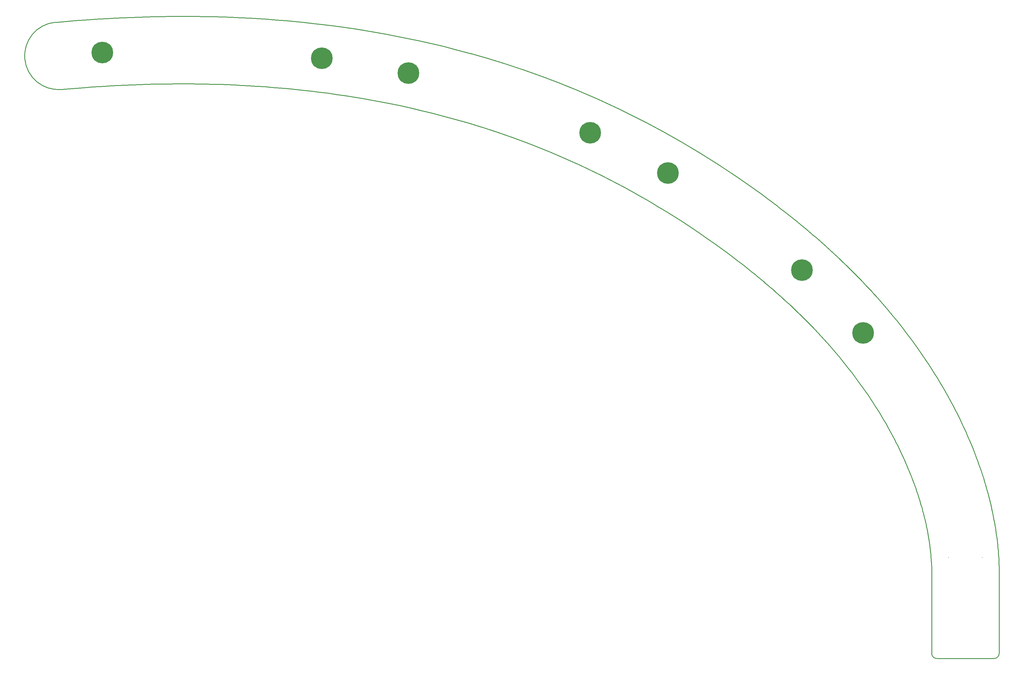
<source format=gbs>
G04*
G04 #@! TF.GenerationSoftware,Altium Limited,Altium Designer,22.2.1 (43)*
G04*
G04 Layer_Color=16711935*
%FSLAX44Y44*%
%MOMM*%
G71*
G04*
G04 #@! TF.SameCoordinates,C81B6E68-797F-42A2-B6C5-F614A2D79E64*
G04*
G04*
G04 #@! TF.FilePolarity,Negative*
G04*
G01*
G75*
%ADD10C,0.2540*%
%ADD84C,6.4032*%
%ADD85C,0.2032*%
D10*
X-100000Y15000D02*
G03*
X-85000Y0I15000J0D01*
G01*
X85000Y0D02*
G03*
X100000Y15000I0J15000D01*
G01*
X-674845Y1426571D02*
G03*
X-898629Y1563927I-1523375J-2230964D01*
G01*
X-632646Y1397166D02*
G03*
X-674845Y1426571I-1557904J-2190748D01*
G01*
X-1010034Y1396885D02*
G03*
X-1144359Y1464042I-1141677J-2115645D01*
G01*
X-1021883Y1627399D02*
G03*
X-1154222Y1686667I-1124285J-2333025D01*
G01*
X-1208383Y1708427D02*
G03*
X-1251920Y1724923I-963187J-2476442D01*
G01*
X-1154222Y1686667D02*
G03*
X-1208383Y1708427I-1007155J-2428516D01*
G01*
X-898629Y1563927D02*
G03*
X-951167Y1591986I-1279453J-2332428D01*
G01*
X-1289382Y1525312D02*
G03*
X-1341080Y1544544I-884497J-2298581D01*
G01*
X-1229740Y1501455D02*
G03*
X-1289382Y1525312I-935076J-2251194D01*
G01*
X-1144359Y1464042D02*
G03*
X-1229740Y1501455I-1010830J-2190686D01*
G01*
X-1251920Y1724923D02*
G03*
X-1306594Y1744424I-929595J-2519915D01*
G01*
X-1389718Y1561453D02*
G03*
X-1433546Y1575738I-800709J-2382297D01*
G01*
X-1341080Y1544544D02*
G03*
X-1389718Y1561453I-841246J-2341300D01*
G01*
X-1416737Y1779769D02*
G03*
X-1464769Y1793598I-790041J-2653687D01*
G01*
X-1365211Y1763875D02*
G03*
X-1416737Y1779769I-833606J-2611069D01*
G01*
X-1306594Y1744424D02*
G03*
X-1365211Y1763875I-883569J-2564546D01*
G01*
X-2696111Y1886590D02*
G03*
X-2677900Y1687421I9106J-99585D01*
G01*
X99404Y280489D02*
X100000Y270000D01*
X-100834Y281206D02*
X-100000Y270000D01*
X89622Y380485D02*
X90720Y373187D01*
X-113905Y383142D02*
X-112856Y377777D01*
X-100000Y15000D02*
Y270000D01*
X-85000Y-0D02*
X85000Y0D01*
X100000Y15000D02*
Y270000D01*
X-921443Y1346246D02*
X-910687Y1339866D01*
X-987622Y1384641D02*
X-958936Y1368522D01*
X-946240Y1361227D01*
X-921443Y1346246D01*
X-1010034Y1396885D02*
X-987622Y1384641D01*
X-876266Y1318954D02*
X-860639Y1309199D01*
X-842598Y1297726D02*
X-809590Y1276135D01*
X-910687Y1339866D02*
X-900010Y1333462D01*
X-889411Y1327032D01*
X-876266Y1318954D01*
X-860639Y1309199D02*
X-842598Y1297726D01*
X-790465Y1263308D02*
X-759207Y1241677D01*
X-719162Y1212908D02*
X-703393Y1201237D01*
X-737742Y1226408D02*
X-719162Y1212908D01*
X-759207Y1241677D02*
X-737742Y1226408D01*
X-809590Y1276135D02*
X-790465Y1263308D01*
X-703393Y1201237D02*
X-689069Y1190463D01*
X-550281Y1076310D02*
X-543388Y1070109D01*
X-563054Y1087650D02*
X-556065Y1081469D01*
X-550281Y1076310D01*
X-570093Y1093819D02*
X-563054Y1087650D01*
X-584321Y1106118D02*
X-577182Y1099975D01*
X-591509Y1112247D02*
X-584321Y1106118D01*
X-577182Y1099975D02*
X-570093Y1093819D01*
X-598745Y1118363D02*
X-591509Y1112247D01*
X-607246Y1125479D02*
X-598745Y1118363D01*
X-624439Y1139648D02*
X-615811Y1132574D01*
X-607246Y1125479D01*
X-633127Y1146700D02*
X-624439Y1139648D01*
X-643130Y1154731D02*
X-633127Y1146700D01*
X-653210Y1162730D02*
X-643130Y1154731D01*
X-664639Y1171691D02*
X-653210Y1162730D01*
X-676161Y1180608D02*
X-664639Y1171691D01*
X-689069Y1190463D02*
X-676161Y1180608D01*
X-523089Y1314858D02*
X-510987Y1305185D01*
X-478195Y1278324D02*
X-469379Y1270935D01*
X-498979Y1295460D02*
X-487066Y1285686D01*
X-478195Y1278324D01*
X-434691Y1241117D02*
X-426167Y1233600D01*
X-469379Y1270935D02*
X-460620Y1263519D01*
X-443276Y1248610D02*
X-434691Y1241117D01*
X-451919Y1256077D02*
X-443276Y1248610D01*
X-460620Y1263519D02*
X-451919Y1256077D01*
X-510987Y1305185D02*
X-498979Y1295460D01*
X-588072Y1364767D02*
X-572387Y1353022D01*
X-559933Y1343562D02*
X-547564Y1334048D01*
X-535282Y1324479D01*
X-632646Y1397166D02*
X-603882Y1376421D01*
X-572387Y1353022D02*
X-559933Y1343562D01*
X-603882Y1376421D02*
X-588072Y1364767D01*
X-535282Y1324479D02*
X-523089Y1314858D01*
X-1021883Y1627399D02*
X-989978Y1611752D01*
X-951167Y1591986D01*
X-1757971Y1655717D02*
X-1730136Y1650516D01*
X-1936847Y1682401D02*
X-1912157Y1679389D01*
X-1984581Y1687642D02*
X-1961579Y1685212D01*
X-2007617Y1689900D02*
X-1984581Y1687642D01*
X-1961579Y1685212D02*
X-1936847Y1682401D01*
X-1862904Y1672750D02*
X-1836592Y1668854D01*
X-1887509Y1676172D02*
X-1862904Y1672750D01*
X-1784124Y1660339D02*
X-1757971Y1655717D01*
X-1810331Y1664717D02*
X-1784124Y1660339D01*
X-1836592Y1668854D02*
X-1810331Y1664717D01*
X-1702366Y1645033D02*
X-1672932Y1638894D01*
X-1912157Y1679389D02*
X-1887509Y1676172D01*
X-2030686Y1691988D02*
X-2007617Y1689900D01*
X-1612572Y1625233D02*
X-1579944Y1617231D01*
X-1672932Y1638894D02*
X-1643573Y1632432D01*
X-1612572Y1625233D01*
X-1474184Y1588199D02*
X-1433546Y1575738D01*
X-1511585Y1599018D02*
X-1474184Y1588199D01*
X-1545708Y1608358D02*
X-1511585Y1599018D01*
X-1579944Y1617231D02*
X-1545708Y1608358D01*
X-1718562Y1851829D02*
X-1684750Y1845444D01*
X-1617317Y1831483D02*
X-1583701Y1823900D01*
X-1546434Y1814994D02*
X-1509257Y1805579D01*
X-1651001Y1838663D02*
X-1617317Y1831483D01*
X-1509257Y1805579D02*
X-1464769Y1793598D01*
X-1583701Y1823900D02*
X-1546434Y1814994D01*
X-1684750Y1845444D02*
X-1651001Y1838663D01*
X-1730136Y1650516D02*
X-1702366Y1645033D01*
X-1843036Y1871935D02*
X-1812793Y1867532D01*
X-1873320Y1876043D02*
X-1843036Y1871935D01*
X-1903643Y1879858D02*
X-1873320Y1876043D01*
X-1934002Y1883383D02*
X-1903643Y1879858D01*
X-1960596Y1886232D02*
X-1934002Y1883383D01*
X-2013859Y1891279D02*
X-1987215Y1888863D01*
X-1752435Y1857824D02*
X-1718562Y1851829D01*
X-1782592Y1862829D02*
X-1752435Y1857824D01*
X-1812793Y1867532D02*
X-1782592Y1862829D01*
X-1987215Y1888863D02*
X-1960596Y1886232D01*
X-2040526Y1893481D02*
X-2013859Y1891279D01*
X-2519405Y1899155D02*
X-2496336Y1900251D01*
X-2067215Y1895472D02*
X-2040526Y1893481D01*
X-2542475Y1897931D02*
X-2519405Y1899155D01*
X-2565543Y1896579D02*
X-2542475Y1897931D01*
X-2496336Y1900251D02*
X-2473271Y1901217D01*
X-2611664Y1893501D02*
X-2588607Y1895102D01*
X-2638553Y1891478D02*
X-2611664Y1893501D01*
X-2665425Y1889290D02*
X-2638553Y1891478D01*
X-2588607Y1895102D02*
X-2565543Y1896579D01*
X-2120653Y1898828D02*
X-2093924Y1897253D01*
X-2067215Y1895472D01*
X-2174163Y1901363D02*
X-2147400Y1900197D01*
X-2120653Y1898828D01*
X-2473271Y1901217D02*
X-2450211Y1902052D01*
X-2187676Y1701739D02*
X-2166188Y1700851D01*
X-2209187Y1702490D02*
X-2187676Y1701739D01*
X-2252279Y1703588D02*
X-2230722Y1703106D01*
X-2295457Y1704151D02*
X-2273858Y1703936D01*
X-2317076Y1704235D02*
X-2295457Y1704151D01*
X-2338715Y1704189D02*
X-2317076Y1704235D01*
X-2360371Y1704014D02*
X-2338715Y1704189D01*
X-2382045Y1703710D02*
X-2360371Y1704014D01*
X-2403735Y1703280D02*
X-2382045Y1703710D01*
X-2273858Y1703936D02*
X-2252279Y1703588D01*
X-2230722Y1703106D02*
X-2209187Y1702490D01*
X-2166188Y1700851D02*
X-2144724Y1699825D01*
X-2447162Y1702041D02*
X-2425441Y1702723D01*
X-2490647Y1700306D02*
X-2468897Y1701235D01*
X-2447162Y1702041D01*
X-2425441Y1702723D02*
X-2403735Y1703280D01*
X-2200941Y1902328D02*
X-2174163Y1901363D01*
X-2227734Y1903095D02*
X-2200941Y1902328D01*
X-2254540Y1903664D02*
X-2227734Y1903095D01*
X-2404115Y1903322D02*
X-2381079Y1903755D01*
X-2281358Y1904039D02*
X-2254540Y1903664D01*
X-2427159Y1902754D02*
X-2404115Y1903322D01*
X-2381079Y1903755D02*
X-2358052Y1904052D01*
X-2100089Y1697241D02*
X-2076923Y1695657D01*
X-2123286Y1698660D02*
X-2100089Y1697241D01*
X-2053789Y1693906D02*
X-2030686Y1691988D01*
X-2144724Y1699825D02*
X-2123286Y1698660D01*
X-2076923Y1695657D02*
X-2053789Y1693906D01*
X-2510599Y1699348D02*
X-2490647Y1700306D01*
X-2530566Y1698287D02*
X-2510599Y1699348D01*
X-2550549Y1697124D02*
X-2530566Y1698287D01*
X-2568729Y1695981D02*
X-2550549Y1697124D01*
X-2696111Y1886590D02*
X-2692277Y1886939D01*
X-2677900Y1687421D02*
X-2646985Y1690135D01*
X-2603302Y1693581D02*
X-2585102Y1694881D01*
X-2646985Y1690135D02*
X-2623325Y1692058D01*
X-2603302Y1693581D01*
X-2585102Y1694881D02*
X-2568729Y1695981D01*
X-2692277Y1886939D02*
X-2665425Y1889290D01*
X-2450211Y1902052D02*
X-2427159Y1902754D01*
X-2308190Y1904220D02*
X-2281358Y1904039D01*
X-2358052Y1904052D02*
X-2335033Y1904210D01*
X-2308190Y1904220D01*
X-149196Y509934D02*
X-146799Y503104D01*
X-151657Y516788D02*
X-149196Y509934D01*
X-154181Y523665D02*
X-151657Y516788D01*
X-157146Y531554D02*
X-154181Y523665D01*
X-180278Y587554D02*
X-176716Y579475D01*
X-187664Y603781D02*
X-183927Y595656D01*
X-180278Y587554D01*
X-176716Y579475D02*
X-173240Y571422D01*
X-163328Y547418D02*
X-160194Y539472D01*
X-169850Y563394D02*
X-166546Y555392D01*
X-173240Y571422D02*
X-169850Y563394D01*
X-166546Y555392D02*
X-163328Y547418D01*
X-160194Y539472D02*
X-157146Y531554D01*
X-496656Y1026437D02*
X-491277Y1021213D01*
X-524148Y1052483D02*
X-518572Y1047285D01*
X-536548Y1063897D02*
X-529762Y1057675D01*
X-524148Y1052483D01*
X-513034Y1042081D02*
X-507536Y1036872D01*
X-502076Y1031657D01*
X-518572Y1047285D02*
X-513034Y1042081D01*
X-502076Y1031657D02*
X-496656Y1026437D01*
X-543388Y1070109D02*
X-536548Y1063897D01*
X-260909Y738427D02*
X-254419Y727932D01*
X-267544Y748938D02*
X-260909Y738427D01*
X-319685Y824972D02*
X-311218Y813328D01*
X-274326Y759465D02*
X-267544Y748938D01*
X-311218Y813328D02*
X-302933Y801690D01*
X-288333Y780556D02*
X-281256Y770004D01*
X-295558Y791118D02*
X-288333Y780556D01*
X-281256Y770004D02*
X-274326Y759465D01*
X-302933Y801690D02*
X-295558Y791118D01*
X-254419Y727932D02*
X-248075Y717455D01*
X-191972Y612949D02*
X-187664Y603781D01*
X-196392Y622144D02*
X-191972Y612949D01*
X-200923Y631366D02*
X-196392Y622144D01*
X-230490Y687184D02*
X-225276Y677828D01*
X-220178Y668492D02*
X-215194Y659176D01*
X-210324Y649883D01*
X-225276Y677828D02*
X-220178Y668492D01*
X-241875Y706997D02*
X-235818Y696559D01*
X-230490Y687184D01*
X-210324Y649883D02*
X-205567Y640612D01*
X-200923Y631366D01*
X-248075Y717455D02*
X-241875Y706997D01*
X-341772Y1154616D02*
X-331394Y1144271D01*
X-323691Y1136494D02*
X-316057Y1128700D01*
X-308494Y1120891D01*
X-331394Y1144271D02*
X-323691Y1136494D01*
X-395437Y1205834D02*
X-384472Y1195663D01*
X-373622Y1185453D01*
X-362887Y1175208D02*
X-352270Y1164928D01*
X-373622Y1185453D02*
X-362887Y1175208D01*
X-417703Y1226059D02*
X-406515Y1215967D01*
X-395437Y1205834D01*
X-352270Y1164928D02*
X-341772Y1154616D01*
X-426167Y1233600D02*
X-417703Y1226059D01*
X-432848Y961407D02*
X-424108Y951928D01*
X-414548Y941386D01*
X-405147Y930833D01*
X-384121Y906524D02*
X-374357Y894884D01*
X-337169Y848276D02*
X-328335Y836622D01*
X-346187Y859931D02*
X-337169Y848276D01*
X-394988Y919213D02*
X-384121Y906524D01*
X-364780Y883237D02*
X-355391Y871585D01*
X-374357Y894884D02*
X-364780Y883237D01*
X-355391Y871585D02*
X-346187Y859931D01*
X-328335Y836622D02*
X-319685Y824972D01*
X-405147Y930833D02*
X-394988Y919213D01*
X-491277Y1021213D02*
X-485937Y1015984D01*
X-480638Y1010751D01*
X-469127Y999227D02*
X-459857Y989787D01*
X-450722Y980336D02*
X-441719Y970876D01*
X-459857Y989787D02*
X-450722Y980336D01*
X-475381Y1005515D02*
X-469127Y999227D01*
X-480638Y1010751D02*
X-475381Y1005515D01*
X-441719Y970876D02*
X-432848Y961407D01*
X-59536Y791165D02*
X-52028Y777806D01*
X-67235Y804533D02*
X-59536Y791165D01*
X-75124Y817910D02*
X-67235Y804533D01*
X-83204Y831292D02*
X-75124Y817910D01*
X-44708Y764458D02*
X-37578Y751124D01*
X-117448Y884846D02*
X-108598Y871457D01*
X-99940Y858068D01*
X-91476Y844679D01*
X-83204Y831292D01*
X-52028Y777806D02*
X-44708Y764458D01*
X-37578Y751124D02*
X-30636Y737806D01*
X-257564Y1065847D02*
X-248275Y1055298D01*
X-232341Y1036798D01*
X-216814Y1018251D01*
X-308494Y1120891D02*
X-301001Y1113066D01*
X-293579Y1105228D02*
X-286229Y1097376D01*
X-301001Y1113066D02*
X-293579Y1105228D01*
X-278952Y1089512D02*
X-271749Y1081635D01*
X-286229Y1097376D02*
X-278952Y1089512D01*
X-271749Y1081635D02*
X-264619Y1073746D01*
X-257564Y1065847D01*
X-30636Y737806D02*
X-23882Y724504D01*
X-17314Y711221D02*
X-10934Y697959D01*
X-23882Y724504D02*
X-17314Y711221D01*
X-10934Y697959D02*
X-4738Y684719D01*
X1272Y671503D01*
X7098Y658312D02*
X12740Y645150D01*
X-201691Y999662D02*
X-186968Y981036D01*
X-158710Y943691D02*
X-143265Y922310D01*
X-172642Y962377D02*
X-158710Y943691D01*
X-186968Y981036D02*
X-172642Y962377D01*
X1272Y671503D02*
X7098Y658312D01*
X-143265Y922310D02*
X-128325Y900907D01*
X-117448Y884846D01*
X-216814Y1018251D02*
X-201691Y999662D01*
X56938Y523081D02*
X59972Y512856D01*
X53791Y533334D02*
X56938Y523081D01*
X50531Y543615D02*
X53791Y533334D01*
X47157Y553924D02*
X50531Y543615D01*
X43670Y564258D02*
X47157Y553924D01*
X18200Y632016D02*
X23477Y618913D01*
X36351Y585003D02*
X40068Y574618D01*
X32520Y595412D02*
X36351Y585003D01*
X28573Y605843D02*
X32520Y595412D01*
X23477Y618913D02*
X28573Y605843D01*
X40068Y574618D02*
X43670Y564258D01*
X12740Y645150D02*
X18200Y632016D01*
X-123854Y426944D02*
X-122456Y421385D01*
X-121103Y415850D01*
X-119794Y410338D01*
X-118529Y404850D01*
X-117308Y399385D02*
X-116130Y393946D01*
X-114996Y388531D02*
X-113905Y383142D01*
X-116130Y393946D02*
X-114996Y388531D01*
X-118529Y404850D02*
X-117308Y399385D01*
X-125295Y432526D02*
X-123854Y426944D01*
X87240Y395147D02*
X88462Y387805D01*
X89622Y380485D01*
X85957Y402511D02*
X87240Y395147D01*
X82232Y422257D02*
X84150Y412365D01*
X85957Y402511D01*
X80204Y432186D02*
X82232Y422257D01*
X70982Y472259D02*
X73454Y462190D01*
X75816Y452154D01*
X78065Y442152D02*
X80204Y432186D01*
X62893Y502661D02*
X65701Y492496D01*
X68398Y482362D01*
X70982Y472259D01*
X75816Y452154D02*
X78065Y442152D01*
X59972Y512856D02*
X62893Y502661D01*
X-146799Y503104D02*
X-144466Y496300D01*
X-142195Y489520D01*
X-139988Y482766D01*
X-137844Y476039D02*
X-135762Y469338D01*
X-133743Y462665D01*
X-139988Y482766D02*
X-137844Y476039D01*
X-131785Y456020D02*
X-129889Y449404D01*
X-128313Y443756D02*
X-126782Y438130D01*
X-125295Y432526D01*
X-129889Y449404D02*
X-128313Y443756D01*
X-133743Y462665D02*
X-131785Y456020D01*
X-111046Y368011D02*
X-110118Y362721D01*
X-109233Y357458D02*
X-108389Y352223D01*
X-112856Y377777D02*
X-111851Y372439D01*
X-108389Y352223D02*
X-107588Y347015D01*
X-111851Y372439D02*
X-111046Y368011D01*
X-110118Y362721D02*
X-109233Y357458D01*
X-107588Y347015D02*
X-106828Y341837D01*
X-106227Y337543D01*
X-105653Y333271D02*
X-105216Y329868D01*
X-104011Y319738D02*
X-103646Y316386D01*
X-105216Y329868D02*
X-104796Y326478D01*
X-104395Y323102D01*
X-104011Y319738D01*
X-103214Y312215D02*
X-102810Y308062D01*
X-103646Y316386D02*
X-103214Y312215D01*
X-102810Y308062D02*
X-102153Y300636D01*
X-101585Y293278D02*
X-101256Y288418D01*
X-101011Y284399D01*
X-102153Y300636D02*
X-101585Y293278D01*
X-106227Y337543D02*
X-105653Y333271D01*
X-101011Y284399D02*
X-100834Y281206D01*
X96015Y329875D02*
X96892Y320360D01*
X97660Y310888D01*
X98165Y303817D01*
X98608Y296777D02*
X98990Y289772D01*
X98165Y303817D02*
X98608Y296777D01*
X98990Y289772D02*
X99211Y285123D01*
X99404Y280489D01*
X90720Y373187D02*
X91756Y365913D01*
X92731Y358660D01*
X93644Y351430D01*
X95286Y337037D02*
X96015Y329875D01*
X94496Y344222D02*
X95286Y337037D01*
X93644Y351430D02*
X94496Y344222D01*
D84*
X-302853Y965270D02*
D03*
X-484190Y1151361D02*
D03*
X-881258Y1439094D02*
D03*
X-1111796Y1559124D02*
D03*
X-1650155Y1736198D02*
D03*
X-1906453Y1779539D02*
D03*
X-2557381Y1796824D02*
D03*
D85*
X50000Y300000D02*
D03*
X-50000D02*
D03*
M02*

</source>
